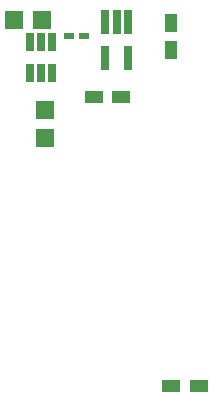
<source format=gbr>
G04 #@! TF.GenerationSoftware,KiCad,Pcbnew,(5.1.9)-1*
G04 #@! TF.CreationDate,2021-03-01T14:20:39+01:00*
G04 #@! TF.ProjectId,button_timer_v1.2.1_lipo,62757474-6f6e-45f7-9469-6d65725f7631,rev?*
G04 #@! TF.SameCoordinates,Original*
G04 #@! TF.FileFunction,Paste,Bot*
G04 #@! TF.FilePolarity,Positive*
%FSLAX46Y46*%
G04 Gerber Fmt 4.6, Leading zero omitted, Abs format (unit mm)*
G04 Created by KiCad (PCBNEW (5.1.9)-1) date 2021-03-01 14:20:39*
%MOMM*%
%LPD*%
G01*
G04 APERTURE LIST*
%ADD10R,0.650000X2.000000*%
%ADD11C,0.150000*%
%ADD12R,0.650000X1.500000*%
%ADD13R,1.100000X1.500000*%
%ADD14R,1.500000X1.100000*%
%ADD15R,1.500000X1.500000*%
%ADD16R,0.900000X0.620000*%
G04 APERTURE END LIST*
D10*
G04 #@! TO.C,U2*
X125650000Y-65850000D03*
X127550000Y-65850000D03*
X127550000Y-62800000D03*
D11*
G36*
X126275000Y-61800000D02*
G01*
X126925000Y-61800000D01*
X126925000Y-63800000D01*
X126275000Y-63800000D01*
X126275000Y-61800000D01*
G37*
D10*
X125650000Y-62800000D03*
G04 #@! TD*
D12*
G04 #@! TO.C,U3*
X120200000Y-67100000D03*
X119250000Y-67100000D03*
X121150000Y-67100000D03*
X121150000Y-64500000D03*
X120200000Y-64500000D03*
X119250000Y-64500000D03*
G04 #@! TD*
D13*
G04 #@! TO.C,C1*
X131200000Y-65150000D03*
X131200000Y-62850000D03*
G04 #@! TD*
D14*
G04 #@! TO.C,C3*
X127000000Y-69100000D03*
X124700000Y-69100000D03*
G04 #@! TD*
G04 #@! TO.C,C2*
X133534800Y-93599000D03*
X131234800Y-93599000D03*
G04 #@! TD*
D15*
G04 #@! TO.C,R8*
X120500000Y-70200000D03*
X120500000Y-72600000D03*
G04 #@! TD*
G04 #@! TO.C,R6*
X120300000Y-62600000D03*
X117900000Y-62600000D03*
G04 #@! TD*
D16*
G04 #@! TO.C,C5*
X123840000Y-64008000D03*
X122540000Y-64008000D03*
G04 #@! TD*
M02*

</source>
